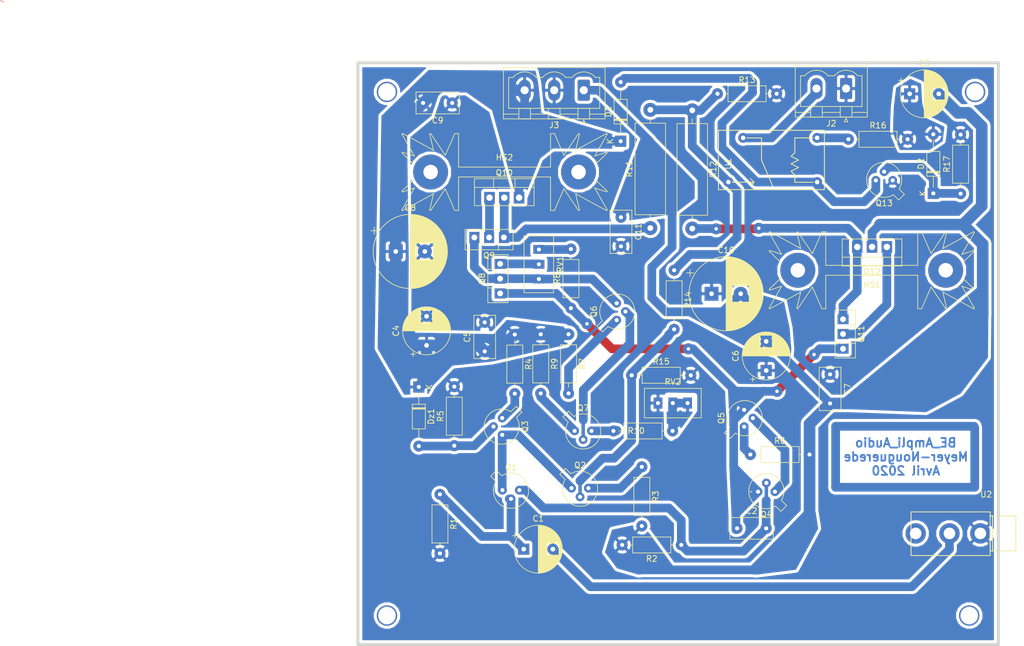
<source format=kicad_pcb>
(kicad_pcb (version 20171130) (host pcbnew "(5.0.0)")
  (title_block (title BE_Ampli_Audio) (date 2020-04-04) (rev V0) (company "INSA GEI") (comment 1 "Carole Meyer") (comment 2 "Louis Nouguerede"))
  (layers (0 F.Cu signal) (31 B.Cu signal) (34 B.Paste user) (35 F.Paste user) (36 B.SilkS user) (37 F.SilkS user) (38 B.Mask user) (39 F.Mask user hide) (44 Edge.Cuts user))
  (net 0 "")
  (net 1 "Net-(C1-Pad1)")
  (net 2 "Net-(C1-Pad2)")
  (net 3 "Net-(C2-Pad1)")
  (net 4 "Net-(C2-Pad2)")
  (net 5 -12V)
  (net 6 "Net-(C3-Pad1)")
  (net 7 GND)
  (net 8 +12V)
  (net 9 "Net-(D1-Pad2)")
  (net 10 "Net-(D2-Pad1)")
  (net 11 "Net-(Dz1-Pad2)")
  (net 12 "Net-(Q1-Pad1)")
  (net 13 "Net-(Q2-Pad2)")
  (net 14 "Net-(Q2-Pad3)")
  (net 15 "Net-(Q3-Pad1)")
  (net 16 "Net-(Q4-Pad1)")
  (net 17 "Net-(Q5-Pad1)")
  (net 18 "Net-(Q6-Pad3)")
  (net 19 "Net-(Q6-Pad2)")
  (net 20 "Net-(Q6-Pad1)")
  (net 21 "Net-(Q7-Pad1)")
  (net 22 "Net-(Q7-Pad3)")
  (net 23 "Net-(Q8-Pad3)")
  (net 24 "Net-(Q10-Pad2)")
  (net 25 "Net-(Q10-Pad1)")
  (net 26 "Net-(Q11-Pad2)")
  (net 27 "Net-(Q11-Pad1)")
  (net 28 "Net-(R8-Pad2)")
  (net 29 "Net-(R10-Pad2)")
  (net 30 "Net-(R11-Pad2)")
  (net 31 "Net-(R16-Pad1)")
  (net 32 "Net-(U2-PadTN)")
  (net 33 "Net-(J2-Pad2)")
  (module Be-Elec:RelayBE (layer F.Cu) (at 107.9881 43.9928 180)
    (fp_text reference U1 (at 16.51 4.445 270) (layer F.SilkS))
    (fp_text value Relay_1CT)
    (pad 7 thru_hole circle (at 16.49 1.3 180) (size 1.7 1.7) (drill 0.762) (layers *.Cu *.Mask) (net 30 "Net-(R11-Pad2)"))
    (pad 1 thru_hole circle (at 13.95 8.9 270) (size 1.7 1.7) (drill 0.762) (layers *.Cu *.Mask) (net 33 "Net-(J2-Pad2)"))
    (pad 6 thru_hole circle (at 1.25 1.3 180) (size 1.7 1.7) (drill 0.762) (layers *.Cu *.Mask) (net 9 "Net-(D1-Pad2)"))
    (pad 2 thru_hole circle (at 1.25 8.9 180) (size 1.7 1.7) (drill 0.762) (layers *.Cu *.Mask) (net 31 "Net-(R16-Pad1)"))
  )
  (module Be-Elec:CP_Radial_D8.0mm_P5.00mm (layer F.Cu) (at 122.6312 27.5336)
    (fp_text reference C3 (at 2.5 -5.25) (layer F.SilkS))
    (fp_text value 47µ)
    (pad 2 thru_hole circle (at 5 0) (size 1.9 1.9) (drill 0.8) (layers *.Cu *.Mask) (net 5 -12V))
    (pad 1 thru_hole rect (at 0 0) (size 1.9 1.9) (drill 0.8) (layers *.Cu *.Mask) (net 6 "Net-(C3-Pad1)"))
  )
  (module Be-Elec:C_Rect_L7.2mm_W3.5mm_P5.00mm_FKS2_FKP2_MKS2_MKP2 (layer F.Cu) (at 49.6443 71.8058 90)
    (fp_text reference C5 (at 2.5 -3 90) (layer F.SilkS))
    (fp_text value 100n)
    (pad 2 thru_hole circle (at 5 0 90) (size 1.9 1.9) (drill 0.7) (layers *.Cu *.Mask) (net 7 GND))
    (pad 1 thru_hole circle (at 0 0 90) (size 1.9 1.9) (drill 0.7) (layers *.Cu *.Mask) (net 8 +12V))
  )
  (module Be-Elec:C_Rect_L7.2mm_W3.5mm_P5.00mm_FKS2_FKP2_MKS2_MKP2 (layer F.Cu) (at 108.966 75.7428 270)
    (fp_text reference C7 (at 2.5 -3 270) (layer F.SilkS))
    (fp_text value 100n)
    (pad 1 thru_hole circle (at 0 0 270) (size 1.9 1.9) (drill 0.7) (layers *.Cu *.Mask) (net 7 GND))
    (pad 2 thru_hole circle (at 5 0 270) (size 1.9 1.9) (drill 0.7) (layers *.Cu *.Mask) (net 5 -12V))
  )
  (module Be-Elec:C_Rect_L7.2mm_W3.5mm_P5.00mm_FKS2_FKP2_MKS2_MKP2 (layer F.Cu) (at 44.069 29.0957 180)
    (fp_text reference C9 (at 2.5 -3 180) (layer F.SilkS))
    (fp_text value 100n)
    (pad 2 thru_hole circle (at 5 0 180) (size 1.9 1.9) (drill 0.7) (layers *.Cu *.Mask) (net 8 +12V))
    (pad 1 thru_hole circle (at 0 0 180) (size 1.9 1.9) (drill 0.7) (layers *.Cu *.Mask) (net 7 GND))
  )
  (module Be-Elec:C_Rect_L7.2mm_W3.5mm_P5.00mm_FKS2_FKP2_MKS2_MKP2 (layer F.Cu) (at 73.0504 48.7426 270)
    (fp_text reference C11 (at 2.5 -3 270) (layer F.SilkS))
    (fp_text value 100n)
    (pad 1 thru_hole circle (at 0 0 270) (size 1.9 1.9) (drill 0.7) (layers *.Cu *.Mask) (net 5 -12V))
    (pad 2 thru_hole circle (at 5 0 270) (size 1.9 1.9) (drill 0.7) (layers *.Cu *.Mask) (net 7 GND))
  )
  (module Be-Elec:PhoenixContact_MSTBVA_2,5_2-G-5,08_1x02_P5.08mm_Vertical (layer F.Cu) (at 111.7092 26.6192 180)
    (fp_text reference J2 (at 2.54 -6 180) (layer F.SilkS))
    (fp_text value Conn_01x02)
    (pad 2 thru_hole oval (at 5.08 0 180) (size 2.08 3.6) (drill 1.4) (layers *.Cu *.Mask) (net 33 "Net-(J2-Pad2)"))
    (pad 1 thru_hole roundrect (at 0 0 180) (size 2.08 3.6) (drill 1.4) (layers *.Cu *.Mask) (roundrect_rratio 0.120192) (net 7 GND))
  )
  (module Be-Elec:CP_Radial_D8.0mm_P5.00mm (layer F.Cu) (at 56.3499 105.791)
    (fp_text reference C1 (at 2.5 -5.25) (layer F.SilkS))
    (fp_text value 47µ)
    (pad 1 thru_hole rect (at 0 0) (size 1.9 1.9) (drill 0.8) (layers *.Cu *.Mask) (net 1 "Net-(C1-Pad1)"))
    (pad 2 thru_hole circle (at 5 0) (size 1.9 1.9) (drill 0.8) (layers *.Cu *.Mask) (net 2 "Net-(C1-Pad2)"))
  )
  (module Be-Elec:C_Rect_L7.2mm_W3.5mm_P5.00mm_FKS2_FKP2_MKS2_MKP2 (layer F.Cu) (at 92.9894 102.2096)
    (fp_text reference C2 (at 2.5 -3) (layer F.SilkS))
    (fp_text value C)
    (pad 1 thru_hole circle (at 0 0) (size 1.9 1.9) (drill 0.7) (layers *.Cu *.Mask) (net 3 "Net-(C2-Pad1)"))
    (pad 2 thru_hole circle (at 5 0) (size 1.9 1.9) (drill 0.7) (layers *.Cu *.Mask) (net 4 "Net-(C2-Pad2)"))
  )
  (module Be-Elec:CP_Radial_D8.0mm_P5.00mm (layer F.Cu) (at 39.6621 70.7644 90)
    (fp_text reference C4 (at 2.5 -5.25 90) (layer F.SilkS))
    (fp_text value 10µ)
    (pad 2 thru_hole circle (at 5 0 90) (size 1.9 1.9) (drill 0.8) (layers *.Cu *.Mask) (net 7 GND))
    (pad 1 thru_hole rect (at 0 0 90) (size 1.9 1.9) (drill 0.8) (layers *.Cu *.Mask) (net 8 +12V))
  )
  (module Be-Elec:CP_Radial_D8.0mm_P5.00mm (layer F.Cu) (at 97.9932 75.0824 90)
    (fp_text reference C6 (at 2.5 -5.25 90) (layer F.SilkS))
    (fp_text value 10µ)
    (pad 1 thru_hole rect (at 0 0 90) (size 1.9 1.9) (drill 0.8) (layers *.Cu *.Mask) (net 7 GND))
    (pad 2 thru_hole circle (at 5 0 90) (size 1.9 1.9) (drill 0.8) (layers *.Cu *.Mask) (net 5 -12V))
  )
  (module Be-Elec:CP_Radial_D12.5mm_P5.00mm (layer F.Cu) (at 34.3662 54.6227)
    (fp_text reference C8 (at 2.5 -7.5) (layer F.SilkS))
    (fp_text value 470µ)
    (pad 1 thru_hole rect (at 0 0) (size 2.4 2.4) (drill 0.8) (layers *.Cu *.Mask) (net 8 +12V))
    (pad 2 thru_hole circle (at 5 0) (size 2.4 2.4) (drill 0.8) (layers *.Cu *.Mask) (net 7 GND))
  )
  (module Be-Elec:CP_Radial_D12.5mm_P5.00mm (layer F.Cu) (at 88.6079 61.8871)
    (fp_text reference C10 (at 2.5 -7.5) (layer F.SilkS))
    (fp_text value 470µ)
    (pad 1 thru_hole rect (at 0 0) (size 2.4 2.4) (drill 0.8) (layers *.Cu *.Mask) (net 7 GND))
    (pad 2 thru_hole circle (at 5 0) (size 2.4 2.4) (drill 0.8) (layers *.Cu *.Mask) (net 5 -12V))
  )
  (module Be-Elec:D_DO-35_SOD27_P10.16mm_Horizontal (layer F.Cu) (at 72.9996 35.6743 90)
    (fp_text reference D1 (at 5.08 -2.12 90) (layer F.SilkS))
    (fp_text value 1N4148)
    (fp_text user K (at 0 -1.8 90) (layer F.SilkS))
    (pad 1 thru_hole rect (at 0 0 90) (size 1.9 1.9) (drill 0.7) (layers *.Cu *.Mask) (net 8 +12V))
    (pad 2 thru_hole oval (at 10.16 0 90) (size 1.9 1.9) (drill 0.7) (layers *.Cu *.Mask) (net 9 "Net-(D1-Pad2)"))
  )
  (module Be-Elec:D_DO-35_SOD27_P10.16mm_Horizontal (layer F.Cu) (at 126.6952 44.6405 90)
    (fp_text reference D2 (at 5.08 -2.12 90) (layer F.SilkS))
    (fp_text value 1N4148)
    (fp_text user K (at 0 -1.8 90) (layer F.SilkS))
    (pad 1 thru_hole rect (at 0 0 90) (size 1.9 1.9) (drill 0.7) (layers *.Cu *.Mask) (net 10 "Net-(D2-Pad1)"))
    (pad 2 thru_hole oval (at 10.16 0 90) (size 1.9 1.9) (drill 0.7) (layers *.Cu *.Mask) (net 6 "Net-(C3-Pad1)"))
  )
  (module Be-Elec:D_DO-35_SOD27_P10.16mm_Horizontal (layer F.Cu) (at 38.3286 77.9145 270)
    (fp_text reference Dz1 (at 5.08 -2.12 270) (layer F.SilkS))
    (fp_text value BZX55C5V1)
    (fp_text user K (at 0 -1.8 270) (layer F.SilkS))
    (pad 2 thru_hole oval (at 10.16 0 270) (size 1.9 1.9) (drill 0.7) (layers *.Cu *.Mask) (net 11 "Net-(Dz1-Pad2)"))
    (pad 1 thru_hole rect (at 0 0 270) (size 1.9 1.9) (drill 0.7) (layers *.Cu *.Mask) (net 8 +12V))
  )
  (module Be-Elec:Heatsink_Fischer_SK104-STC-STIC_35x13mm_2xDrill2.5mm (layer F.Cu) (at 116.120462 57.855449 180)
    (fp_text reference HS1 (at -0.025 -2.5 180) (layer F.SilkS))
    (fp_text value Heatsink)
    (pad 1 thru_hole circle (at 12.7 0 180) (size 6 6) (drill 2.5) (layers *.Cu *.Mask))
    (pad 1 thru_hole circle (at -12.7 0) (size 6 6) (drill 2.5) (layers *.Cu *.Mask))
  )
  (module Be-Elec:Heatsink_Fischer_SK104-STC-STIC_35x13mm_2xDrill2.5mm (layer F.Cu) (at 53.0606 40.9702)
    (fp_text reference HS2 (at -0.025 -2.5) (layer F.SilkS))
    (fp_text value Heatsink)
    (pad 1 thru_hole circle (at -12.7 0 180) (size 6 6) (drill 2.5) (layers *.Cu *.Mask))
    (pad 1 thru_hole circle (at 12.7 0) (size 6 6) (drill 2.5) (layers *.Cu *.Mask))
  )
  (module Be-Elec:PhoenixContact_MSTBVA_2,5_3-G-5,08_1x03_P5.08mm_Vertical (layer F.Cu) (at 66.6623 26.9113 180)
    (fp_text reference J3 (at 5.08 -6 180) (layer F.SilkS))
    (fp_text value Conn_01x03)
    (pad 1 thru_hole roundrect (at 0 0 180) (size 2.08 3.6) (drill 1.4) (layers *.Cu *.Mask) (roundrect_rratio 0.120192) (net 5 -12V))
    (pad 2 thru_hole oval (at 5.08 0 180) (size 2.08 3.6) (drill 1.4) (layers *.Cu *.Mask) (net 7 GND))
    (pad 3 thru_hole oval (at 10.16 0 180) (size 2.08 3.6) (drill 1.4) (layers *.Cu *.Mask) (net 8 +12V))
  )
  (module Be-Elec:TO-18-3 (layer F.Cu) (at 52.8955 95.7453)
    (fp_text reference Q1 (at 1.27 -4.02) (layer F.SilkS))
    (fp_text value 2N2907)
    (pad 1 thru_hole circle (at -0.2 -0.1) (size 1.5 1.5) (drill 0.7) (layers *.Cu *.Mask) (net 12 "Net-(Q1-Pad1)"))
    (pad 2 thru_hole circle (at 1.27 1.4) (size 1.5 1.5) (drill 0.7) (layers *.Cu *.Mask) (net 1 "Net-(C1-Pad1)"))
    (pad 3 thru_hole circle (at 2.7 -0.1) (size 1.5 1.5) (drill 0.7) (layers *.Cu *.Mask) (net 4 "Net-(C2-Pad2)"))
  )
  (module Be-Elec:TO-18-3 (layer F.Cu) (at 64.7573 95.4024)
    (fp_text reference Q2 (at 1.27 -4.02) (layer F.SilkS))
    (fp_text value 2N2907)
    (pad 1 thru_hole circle (at -0.2 -0.1) (size 1.5 1.5) (drill 0.7) (layers *.Cu *.Mask) (net 12 "Net-(Q1-Pad1)"))
    (pad 2 thru_hole circle (at 1.27 1.4) (size 1.5 1.5) (drill 0.7) (layers *.Cu *.Mask) (net 13 "Net-(Q2-Pad2)"))
    (pad 3 thru_hole circle (at 2.7 -0.1) (size 1.5 1.5) (drill 0.7) (layers *.Cu *.Mask) (net 14 "Net-(Q2-Pad3)"))
  )
  (module Be-Elec:TO-18-3 (layer F.Cu) (at 52.5526 83.4517 270)
    (fp_text reference Q3 (at 1.27 -4.02 270) (layer F.SilkS))
    (fp_text value 2N2907)
    (pad 3 thru_hole circle (at 2.7 -0.1 270) (size 1.5 1.5) (drill 0.7) (layers *.Cu *.Mask) (net 12 "Net-(Q1-Pad1)"))
    (pad 2 thru_hole circle (at 1.27 1.4 270) (size 1.5 1.5) (drill 0.7) (layers *.Cu *.Mask) (net 11 "Net-(Dz1-Pad2)"))
    (pad 1 thru_hole circle (at -0.2 -0.1 270) (size 1.5 1.5) (drill 0.7) (layers *.Cu *.Mask) (net 15 "Net-(Q3-Pad1)"))
  )
  (module Be-Elec:TO-18-3 (layer F.Cu) (at 99.2886 95.8088 180)
    (fp_text reference Q4 (at 1.27 -4.02 180) (layer F.SilkS))
    (fp_text value 2N2222)
    (pad 3 thru_hole circle (at 2.7 -0.1 180) (size 1.5 1.5) (drill 0.7) (layers *.Cu *.Mask) (net 3 "Net-(C2-Pad1)"))
    (pad 2 thru_hole circle (at 1.27 1.4 180) (size 1.5 1.5) (drill 0.7) (layers *.Cu *.Mask) (net 4 "Net-(C2-Pad2)"))
    (pad 1 thru_hole circle (at -0.2 -0.1 180) (size 1.5 1.5) (drill 0.7) (layers *.Cu *.Mask) (net 16 "Net-(Q4-Pad1)"))
  )
  (module Be-Elec:TO-18-3 (layer F.Cu) (at 94.3072 84.5439 90)
    (fp_text reference Q5 (at 1.27 -4.02 90) (layer F.SilkS))
    (fp_text value 2N2222)
    (pad 1 thru_hole circle (at -0.2 -0.1 90) (size 1.5 1.5) (drill 0.7) (layers *.Cu *.Mask) (net 17 "Net-(Q5-Pad1)"))
    (pad 2 thru_hole circle (at 1.27 1.4 90) (size 1.5 1.5) (drill 0.7) (layers *.Cu *.Mask) (net 16 "Net-(Q4-Pad1)"))
    (pad 3 thru_hole circle (at 2.7 -0.1 90) (size 1.5 1.5) (drill 0.7) (layers *.Cu *.Mask) (net 3 "Net-(C2-Pad1)"))
  )
  (module Be-Elec:TO-18-3 (layer F.Cu) (at 72.4154 66.2178 90)
    (fp_text reference Q6 (at 1.27 -4.02 90) (layer F.SilkS))
    (fp_text value 2N2907)
    (pad 3 thru_hole circle (at 2.7 -0.1 90) (size 1.5 1.5) (drill 0.7) (layers *.Cu *.Mask) (net 18 "Net-(Q6-Pad3)"))
    (pad 2 thru_hole circle (at 1.27 1.4 90) (size 1.5 1.5) (drill 0.7) (layers *.Cu *.Mask) (net 19 "Net-(Q6-Pad2)"))
    (pad 1 thru_hole circle (at -0.2 -0.1 90) (size 1.5 1.5) (drill 0.7) (layers *.Cu *.Mask) (net 20 "Net-(Q6-Pad1)"))
  )
  (module Be-Elec:TO-18-3 (layer F.Cu) (at 65.2907 85.5599)
    (fp_text reference Q7 (at 1.27 -4.02) (layer F.SilkS))
    (fp_text value 2N2907)
    (pad 1 thru_hole circle (at -0.2 -0.1) (size 1.5 1.5) (drill 0.7) (layers *.Cu *.Mask) (net 21 "Net-(Q7-Pad1)"))
    (pad 2 thru_hole circle (at 1.27 1.4) (size 1.5 1.5) (drill 0.7) (layers *.Cu *.Mask) (net 19 "Net-(Q6-Pad2)"))
    (pad 3 thru_hole circle (at 2.7 -0.1) (size 1.5 1.5) (drill 0.7) (layers *.Cu *.Mask) (net 22 "Net-(Q7-Pad3)"))
  )
  (module Be-Elec:TO-126-3_Vertical (layer F.Cu) (at 52.2986 61.8363 90)
    (fp_text reference Q8 (at 2.54 -3.12 90) (layer F.SilkS))
    (fp_text value BD139)
    (pad 1 thru_hole rect (at 0 0 90) (size 1.7 1.9) (drill 1) (layers *.Cu *.Mask) (net 3 "Net-(C2-Pad1)"))
    (pad 2 thru_hole rect (at 2.54 0 90) (size 1.7 1.9) (drill 1) (layers *.Cu *.Mask) (net 18 "Net-(Q6-Pad3)"))
    (pad 3 thru_hole rect (at 5.08 0 90) (size 1.7 1.9) (drill 1) (layers *.Cu *.Mask) (net 23 "Net-(Q8-Pad3)"))
  )
  (module Be-Elec:TO-126-3_Vertical (layer F.Cu) (at 52.9463 52.2097 180)
    (fp_text reference Q9 (at 2.54 -3.12 180) (layer F.SilkS))
    (fp_text value BD139)
    (pad 1 thru_hole rect (at 0 0 180) (size 1.7 1.9) (drill 1) (layers *.Cu *.Mask) (net 24 "Net-(Q10-Pad2)"))
    (pad 2 thru_hole rect (at 2.54 0 180) (size 1.7 1.9) (drill 1) (layers *.Cu *.Mask) (net 25 "Net-(Q10-Pad1)"))
    (pad 3 thru_hole rect (at 5.08 0 180) (size 1.7 1.9) (drill 1) (layers *.Cu *.Mask) (net 18 "Net-(Q6-Pad3)"))
  )
  (module Be-Elec:TO-220-3_Vertical (layer F.Cu) (at 50.4698 45.3771)
    (fp_text reference Q10 (at 2.54 -4.27) (layer F.SilkS))
    (fp_text value TIP32)
    (pad 3 thru_hole rect (at 5.08 0) (size 1.8 2) (drill 1.1) (layers *.Cu *.Mask) (net 8 +12V))
    (pad 2 thru_hole rect (at 2.54 0) (size 1.8 2) (drill 1.1) (layers *.Cu *.Mask) (net 24 "Net-(Q10-Pad2)"))
    (pad 1 thru_hole rect (at 0 0) (size 1.8 2) (drill 1.1) (layers *.Cu *.Mask) (net 25 "Net-(Q10-Pad1)"))
  )
  (module Be-Elec:TO-126-3_Vertical (layer F.Cu) (at 111.1885 66.2686 270)
    (fp_text reference Q11 (at 2.54 -3.12 270) (layer F.SilkS))
    (fp_text value BD138)
    (pad 3 thru_hole rect (at 5.08 0 270) (size 1.7 1.9) (drill 1) (layers *.Cu *.Mask) (net 3 "Net-(C2-Pad1)"))
    (pad 2 thru_hole rect (at 2.54 0 270) (size 1.7 1.9) (drill 1) (layers *.Cu *.Mask) (net 26 "Net-(Q11-Pad2)"))
    (pad 1 thru_hole rect (at 0 0 270) (size 1.7 1.9) (drill 1) (layers *.Cu *.Mask) (net 27 "Net-(Q11-Pad1)"))
  )
  (module Be-Elec:TO-220-3_Vertical (layer F.Cu) (at 118.711262 53.842249 180)
    (fp_text reference Q12 (at 2.54 -4.27 180) (layer F.SilkS))
    (fp_text value TIP31)
    (pad 1 thru_hole rect (at 0 0 180) (size 1.8 2) (drill 1.1) (layers *.Cu *.Mask) (net 26 "Net-(Q11-Pad2)"))
    (pad 2 thru_hole rect (at 2.54 0 180) (size 1.8 2) (drill 1.1) (layers *.Cu *.Mask) (net 5 -12V))
    (pad 3 thru_hole rect (at 5.08 0 180) (size 1.8 2) (drill 1.1) (layers *.Cu *.Mask) (net 27 "Net-(Q11-Pad1)"))
  )
  (module Be-Elec:TO-18-3 (layer F.Cu) (at 119.5197 42.3037 180)
    (fp_text reference Q13 (at 1.27 -4.02 180) (layer F.SilkS))
    (fp_text value 2N2222)
    (pad 3 thru_hole circle (at 2.7 -0.1 180) (size 1.5 1.5) (drill 0.7) (layers *.Cu *.Mask) (net 9 "Net-(D1-Pad2)"))
    (pad 2 thru_hole circle (at 1.27 1.4 180) (size 1.5 1.5) (drill 0.7) (layers *.Cu *.Mask) (net 10 "Net-(D2-Pad1)"))
    (pad 1 thru_hole circle (at -0.2 -0.1 180) (size 1.5 1.5) (drill 0.7) (layers *.Cu *.Mask) (net 7 GND))
  )
  (module Be-Elec:R_Axial_DIN0207_L6.3mm_D2.5mm_P10.16mm_Horizontal (layer F.Cu) (at 41.9608 96.3676 270)
    (fp_text reference R1 (at 5.08 -2.37 270) (layer F.SilkS))
    (fp_text value R)
    (pad 2 thru_hole circle (at 10.16 0 270) (size 1.9 1.9) (drill 0.7) (layers *.Cu *.Mask) (net 7 GND))
    (pad 1 thru_hole circle (at 0 0 270) (size 1.9 1.9) (drill 0.7) (layers *.Cu *.Mask) (net 1 "Net-(C1-Pad1)"))
  )
  (module Be-Elec:R_Axial_DIN0207_L6.3mm_D2.5mm_P10.16mm_Horizontal (layer F.Cu) (at 83.4136 105.0671 180)
    (fp_text reference R2 (at 5.08 -2.37 180) (layer F.SilkS))
    (fp_text value R)
    (pad 2 thru_hole circle (at 10.16 0 180) (size 1.9 1.9) (drill 0.7) (layers *.Cu *.Mask) (net 5 -12V))
    (pad 1 thru_hole circle (at 0 0 180) (size 1.9 1.9) (drill 0.7) (layers *.Cu *.Mask) (net 4 "Net-(C2-Pad2)"))
  )
  (module Be-Elec:R_Axial_DIN0207_L6.3mm_D2.5mm_P10.16mm_Horizontal (layer F.Cu) (at 76.6318 91.6432 270)
    (fp_text reference R3 (at 5.08 -2.37 270) (layer F.SilkS))
    (fp_text value R)
    (pad 2 thru_hole circle (at 10.16 0 270) (size 1.9 1.9) (drill 0.7) (layers *.Cu *.Mask) (net 5 -12V))
    (pad 1 thru_hole circle (at 0 0 270) (size 1.9 1.9) (drill 0.7) (layers *.Cu *.Mask) (net 14 "Net-(Q2-Pad3)"))
  )
  (module Be-Elec:R_Axial_DIN0207_L6.3mm_D2.5mm_P10.16mm_Horizontal (layer F.Cu) (at 54.8132 68.8975 270)
    (fp_text reference R4 (at 5.08 -2.37 270) (layer F.SilkS))
    (fp_text value R)
    (pad 1 thru_hole circle (at 0 0 270) (size 1.9 1.9) (drill 0.7) (layers *.Cu *.Mask) (net 8 +12V))
    (pad 2 thru_hole circle (at 10.16 0 270) (size 1.9 1.9) (drill 0.7) (layers *.Cu *.Mask) (net 15 "Net-(Q3-Pad1)"))
  )
  (module Be-Elec:R_Axial_DIN0207_L6.3mm_D2.5mm_P10.16mm_Horizontal (layer F.Cu) (at 44.4246 88.011 90)
    (fp_text reference R5 (at 5.08 -2.37 90) (layer F.SilkS))
    (fp_text value R)
    (pad 2 thru_hole circle (at 10.16 0 90) (size 1.9 1.9) (drill 0.7) (layers *.Cu *.Mask) (net 7 GND))
    (pad 1 thru_hole circle (at 0 0 90) (size 1.9 1.9) (drill 0.7) (layers *.Cu *.Mask) (net 11 "Net-(Dz1-Pad2)"))
  )
  (module Be-Elec:R_Axial_DIN0207_L6.3mm_D2.5mm_P10.16mm_Horizontal (layer F.Cu) (at 95.2754 89.5223)
    (fp_text reference R6 (at 5.08 -2.37) (layer F.SilkS))
    (fp_text value R)
    (pad 1 thru_hole circle (at 0 0) (size 1.9 1.9) (drill 0.7) (layers *.Cu *.Mask) (net 17 "Net-(Q5-Pad1)"))
    (pad 2 thru_hole circle (at 10.16 0) (size 1.9 1.9) (drill 0.7) (layers *.Cu *.Mask) (net 5 -12V))
  )
  (module Be-Elec:R_Axial_DIN0207_L6.3mm_D2.5mm_P10.16mm_Horizontal (layer F.Cu) (at 64.0461 68.8594 270)
    (fp_text reference R7 (at 5.08 -2.37 270) (layer F.SilkS))
    (fp_text value R)
    (pad 2 thru_hole circle (at 10.16 0 270) (size 1.9 1.9) (drill 0.7) (layers *.Cu *.Mask) (net 20 "Net-(Q6-Pad1)"))
    (pad 1 thru_hole circle (at 0 0 270) (size 1.9 1.9) (drill 0.7) (layers *.Cu *.Mask) (net 8 +12V))
  )
  (module Be-Elec:R_Axial_DIN0207_L6.3mm_D2.5mm_P10.16mm_Horizontal (layer F.Cu) (at 64.4525 64.3636 90)
    (fp_text reference R8 (at 5.08 -2.37 90) (layer F.SilkS))
    (fp_text value R)
    (pad 1 thru_hole circle (at 0 0 90) (size 1.9 1.9) (drill 0.7) (layers *.Cu *.Mask) (net 3 "Net-(C2-Pad1)"))
    (pad 2 thru_hole circle (at 10.16 0 90) (size 1.9 1.9) (drill 0.7) (layers *.Cu *.Mask) (net 28 "Net-(R8-Pad2)"))
  )
  (module Be-Elec:R_Axial_DIN0207_L6.3mm_D2.5mm_P10.16mm_Horizontal (layer F.Cu) (at 59.2709 68.8594 270)
    (fp_text reference R9 (at 5.08 -2.37 270) (layer F.SilkS))
    (fp_text value R)
    (pad 1 thru_hole circle (at 0 0 270) (size 1.9 1.9) (drill 0.7) (layers *.Cu *.Mask) (net 8 +12V))
    (pad 2 thru_hole circle (at 10.16 0 270) (size 1.9 1.9) (drill 0.7) (layers *.Cu *.Mask) (net 21 "Net-(Q7-Pad1)"))
  )
  (module Be-Elec:R_Axial_DIN0207_L6.3mm_D2.5mm_P10.16mm_Horizontal (layer F.Cu) (at 71.755 85.471)
    (fp_text reference R10 (at 3.9116 -0.0254) (layer F.SilkS))
    (fp_text value R)
    (pad 1 thru_hole circle (at 0 0) (size 1.9 1.9) (drill 0.7) (layers *.Cu *.Mask) (net 22 "Net-(Q7-Pad3)"))
    (pad 2 thru_hole circle (at 10.16 0) (size 1.9 1.9) (drill 0.7) (layers *.Cu *.Mask) (net 29 "Net-(R10-Pad2)"))
  )
  (module Be-Elec:R_Axial_DIN0516_L15.5mm_D5.0mm_P20.32mm_Horizontal (layer F.Cu) (at 78.0923 50.5968 90)
    (fp_text reference R11 (at 10.16 -3.62 90) (layer F.SilkS))
    (fp_text value R)
    (pad 1 thru_hole circle (at 0 0 90) (size 2.4 2.4) (drill 1) (layers *.Cu *.Mask) (net 24 "Net-(Q10-Pad2)"))
    (pad 2 thru_hole oval (at 20.32 0 90) (size 2.4 2.4) (drill 1) (layers *.Cu *.Mask) (net 30 "Net-(R11-Pad2)"))
  )
  (module Be-Elec:R_Axial_DIN0516_L15.5mm_D5.0mm_P20.32mm_Horizontal (layer F.Cu) (at 85.2932 30.3657 270)
    (fp_text reference R12 (at 10.16 -3.62 270) (layer F.SilkS))
    (fp_text value R)
    (pad 2 thru_hole oval (at 20.32 0 270) (size 2.4 2.4) (drill 1) (layers *.Cu *.Mask) (net 27 "Net-(Q11-Pad1)"))
    (pad 1 thru_hole circle (at 0 0 270) (size 2.4 2.4) (drill 1) (layers *.Cu *.Mask) (net 30 "Net-(R11-Pad2)"))
  )
  (module Be-Elec:R_Axial_DIN0207_L6.3mm_D2.5mm_P10.16mm_Horizontal (layer F.Cu) (at 89.6239 27.5082)
    (fp_text reference R13 (at 5.08 -2.37) (layer F.SilkS))
    (fp_text value R)
    (pad 2 thru_hole circle (at 10.16 0) (size 1.9 1.9) (drill 0.7) (layers *.Cu *.Mask) (net 7 GND))
    (pad 1 thru_hole circle (at 0 0) (size 1.9 1.9) (drill 0.7) (layers *.Cu *.Mask) (net 30 "Net-(R11-Pad2)"))
  )
  (module Be-Elec:R_Axial_DIN0207_L6.3mm_D2.5mm_P10.16mm_Horizontal (layer F.Cu) (at 82.1817 57.8485 270)
    (fp_text reference R14 (at 5.08 -2.37 270) (layer F.SilkS))
    (fp_text value R)
    (pad 1 thru_hole circle (at 0 0 270) (size 1.9 1.9) (drill 0.7) (layers *.Cu *.Mask) (net 30 "Net-(R11-Pad2)"))
    (pad 2 thru_hole circle (at 10.16 0 270) (size 1.9 1.9) (drill 0.7) (layers *.Cu *.Mask) (net 13 "Net-(Q2-Pad2)"))
  )
  (module Be-Elec:R_Axial_DIN0207_L6.3mm_D2.5mm_P10.16mm_Horizontal (layer F.Cu) (at 74.8792 75.9079)
    (fp_text reference R15 (at 5.08 -2.37) (layer F.SilkS))
    (fp_text value R)
    (pad 1 thru_hole circle (at 0 0) (size 1.9 1.9) (drill 0.7) (layers *.Cu *.Mask) (net 13 "Net-(Q2-Pad2)"))
    (pad 2 thru_hole circle (at 10.16 0) (size 1.9 1.9) (drill 0.7) (layers *.Cu *.Mask) (net 7 GND))
  )
  (module Be-Elec:R_Axial_DIN0207_L6.3mm_D2.5mm_P10.16mm_Horizontal (layer F.Cu) (at 112.1156 35.3314)
    (fp_text reference R16 (at 5.08 -2.37) (layer F.SilkS))
    (fp_text value R)
    (pad 2 thru_hole circle (at 10.16 0) (size 1.9 1.9) (drill 0.7) (layers *.Cu *.Mask) (net 6 "Net-(C3-Pad1)"))
    (pad 1 thru_hole circle (at 0 0) (size 1.9 1.9) (drill 0.7) (layers *.Cu *.Mask) (net 31 "Net-(R16-Pad1)"))
  )
  (module Be-Elec:R_Axial_DIN0207_L6.3mm_D2.5mm_P10.16mm_Horizontal (layer F.Cu) (at 131.3815 44.6913 90)
    (fp_text reference R17 (at 5.08 -2.37 90) (layer F.SilkS))
    (fp_text value R)
    (pad 1 thru_hole circle (at 0 0 90) (size 1.9 1.9) (drill 0.7) (layers *.Cu *.Mask) (net 10 "Net-(D2-Pad1)"))
    (pad 2 thru_hole circle (at 10.16 0 90) (size 1.9 1.9) (drill 0.7) (layers *.Cu *.Mask) (net 7 GND))
  )
  (module Be-Elec:Potentiometer_Bourns_3296W_Vertical (layer F.Cu) (at 58.9534 59.3598 270)
    (fp_text reference RV1 (at -2.54 -3.66 270) (layer F.SilkS))
    (fp_text value R_POT)
    (pad 3 thru_hole rect (at -5.08 0 270) (size 1.5 1.9) (drill 0.7) (layers *.Cu *.Mask) (net 28 "Net-(R8-Pad2)"))
    (pad 2 thru_hole rect (at -2.54 0 270) (size 1.5 1.9) (drill 0.7) (layers *.Cu *.Mask) (net 23 "Net-(Q8-Pad3)"))
    (pad 1 thru_hole rect (at 0 0 270) (size 1.5 1.9) (drill 0.7) (layers *.Cu *.Mask) (net 18 "Net-(Q6-Pad3)"))
  )
  (module Be-Elec:Potentiometer_Bourns_3296W_Vertical (layer F.Cu) (at 84.4931 80.6831)
    (fp_text reference RV2 (at -2.54 -3.66) (layer F.SilkS))
    (fp_text value R_POT)
    (pad 1 thru_hole rect (at 0 0) (size 1.5 1.9) (drill 0.7) (layers *.Cu *.Mask) (net 29 "Net-(R10-Pad2)"))
    (pad 2 thru_hole rect (at -2.54 0) (size 1.5 1.9) (drill 0.7) (layers *.Cu *.Mask) (net 29 "Net-(R10-Pad2)"))
    (pad 3 thru_hole rect (at -5.08 0) (size 1.5 1.9) (drill 0.7) (layers *.Cu *.Mask) (net 7 GND))
  )
  (module Be-Elec:Jack_35RAPC2AV (layer F.Cu) (at 136.8679 103.0859 180)
    (fp_text reference U2 (at 1.1 6.7 180) (layer F.SilkS))
    (fp_text value Jack_Mono)
    (pad TN thru_hole circle (at 13.2 0 180) (size 3.5 3.5) (drill 2) (layers *.Cu *.Mask) (net 32 "Net-(U2-PadTN)"))
    (pad G thru_hole circle (at 2.1 0 180) (size 3.5 3.5) (drill 2) (layers *.Cu *.Mask) (net 7 GND))
    (pad T thru_hole circle (at 7.4 0 180) (size 3.5 3.5) (drill 2) (layers *.Cu *.Mask) (net 2 "Net-(C1-Pad2)"))
  )
  (gr_text "BE_Ampli_Audio\nMeyer-Nouguerede\nAvril 2020" (at 121.9708 89.916) (layer B.Cu) (effects (font (size 1.5 1.5) (thickness 0.3)) (justify mirror)))
  (gr_line (start -33 11.75) (end -33.5 11.5) (layer B.SilkS) (width 0.2))
  (gr_line (start 27.8638 22.1996) (end 27.8638 122.1996) (layer Edge.Cuts) (width 0.5))
  (gr_line (start 27.8638 122.1996) (end 137.8638 122.1996) (layer Edge.Cuts) (width 0.5))
  (gr_line (start 137.8638 22.1996) (end 137.8638 122.1996) (layer Edge.Cuts) (width 0.5))
  (gr_line (start 27.8638 22.1996) (end 137.8638 22.1996) (layer Edge.Cuts) (width 0.5))
  (via (at 32.8638 27.1996) (size 3.5) (drill 3) (layers F.Cu B.Cu) (net 0))
  (via (at 133.8638 27.1996) (size 3.5) (drill 3) (layers F.Cu B.Cu) (net 0))
  (via (at 32.8638 117.1996) (size 3.5) (drill 3) (layers F.Cu B.Cu) (net 0))
  (via (at 132.8638 117.1996) (size 3.5) (drill 3) (layers F.Cu B.Cu) (net 0))
  (segment (start 109.9185 84.6709) (end 133.7183 84.6709) (width 1.5) (layer B.Cu) (net 0))
  (segment (start 109.9185 95.1357) (end 109.9185 84.6709) (width 1.5) (layer B.Cu) (net 0))
  (segment (start 109.9312 95.1484) (end 109.9185 95.1357) (width 1.5) (layer B.Cu) (net 0))
  (segment (start 133.8072 95.1484) (end 109.9312 95.1484) (width 1.5) (layer B.Cu) (net 0))
  (segment (start 133.7056 84.8868) (end 133.8072 84.9884) (width 1.5) (layer B.Cu) (net 0))
  (segment (start 133.8072 84.9884) (end 133.8072 95.1484) (width 1.5) (layer B.Cu) (net 0))
  (segment (start 54.1655 103.6066) (end 56.3499 105.791) (width 1.5) (layer B.Cu) (net 1))
  (segment (start 54.1655 97.1453) (end 54.1655 103.6066) (width 1.5) (layer B.Cu) (net 1))
  (segment (start 54.1655 97.1453) (end 53.859502 97.1453) (width 1.5) (layer B.Cu) (net 1))
  (segment (start 49.1998 103.6066) (end 41.9608 96.3676) (width 1.5) (layer B.Cu) (net 1))
  (segment (start 54.1655 103.6066) (end 49.1998 103.6066) (width 1.5) (layer B.Cu) (net 1))
  (segment (start 61.3499 105.791) (end 67.8015 112.2426) (width 1.5) (layer B.Cu) (net 2))
  (segment (start 67.8015 112.2426) (end 123.0249 112.2426) (width 1.5) (layer B.Cu) (net 2))
  (segment (start 129.4679 105.7996) (end 129.4679 103.0859) (width 1.5) (layer B.Cu) (net 2))
  (segment (start 123.0249 112.2426) (end 129.4679 105.7996) (width 1.5) (layer B.Cu) (net 2))
  (segment (start 61.9252 61.8363) (end 64.4525 64.3636) (width 1.5) (layer B.Cu) (net 3))
  (segment (start 52.2986 61.8363) (end 61.9252 61.8363) (width 1.5) (layer B.Cu) (net 3))
  (segment (start 92.7862 99.7112) (end 96.5886 95.9088) (width 1.5) (layer B.Cu) (net 3))
  (segment (start 92.7862 102.4382) (end 92.7862 99.7112) (width 1.5) (layer B.Cu) (net 3))
  (segment (start 93.457201 82.593899) (end 94.2072 81.8439) (width 1.5) (layer B.Cu) (net 3))
  (segment (start 92.407199 83.643901) (end 93.457201 82.593899) (width 1.5) (layer B.Cu) (net 3))
  (segment (start 96.5886 95.9088) (end 92.407199 91.727399) (width 1.5) (layer B.Cu) (net 3))
  (segment (start 92.407199 91.727399) (end 92.407199 83.643901) (width 1.5) (layer B.Cu) (net 3))
  (via (at 99.8474 78.6638) (size 1.9) (drill 0.6) (layers F.Cu B.Cu) (net 3))
  (via (at 106.210102 72.3392) (size 1.9) (drill 0.6) (layers F.Cu B.Cu) (net 3))
  (segment (start 99.8474 78.6638) (end 106.172002 72.3392) (width 1.5) (layer F.Cu) (net 3))
  (segment (start 106.172002 72.3392) (end 106.210102 72.3392) (width 1.5) (layer F.Cu) (net 3))
  (segment (start 111.1885 71.3486) (end 107.200702 71.3486) (width 1.5) (layer B.Cu) (net 3))
  (segment (start 107.200702 71.3486) (end 107.160101 71.389201) (width 1.5) (layer B.Cu) (net 3))
  (segment (start 107.160101 71.389201) (end 106.210102 72.3392) (width 1.5) (layer B.Cu) (net 3))
  (via (at 67.2084 67.056) (size 1.9) (drill 0.6) (layers F.Cu B.Cu) (net 3))
  (segment (start 64.4525 64.3636) (end 67.1449 67.056) (width 1.5) (layer B.Cu) (net 3))
  (segment (start 67.1449 67.056) (end 67.2084 67.056) (width 1.5) (layer B.Cu) (net 3))
  (via (at 84.6328 71.3613) (size 1.9) (drill 0.6) (layers F.Cu B.Cu) (net 3))
  (segment (start 67.2084 67.056) (end 71.5137 71.3613) (width 1.5) (layer F.Cu) (net 3))
  (segment (start 71.5137 71.3613) (end 83.289298 71.3613) (width 1.5) (layer F.Cu) (net 3))
  (segment (start 83.289298 71.3613) (end 84.6328 71.3613) (width 1.5) (layer F.Cu) (net 3))
  (segment (start 85.4202 71.3613) (end 84.6328 71.3613) (width 1.5) (layer B.Cu) (net 3))
  (segment (start 94.2072 81.8439) (end 94.2072 80.1483) (width 1.5) (layer B.Cu) (net 3))
  (segment (start 94.2072 80.1483) (end 85.4202 71.3613) (width 1.5) (layer B.Cu) (net 3))
  (segment (start 97.3873 78.6638) (end 99.8474 78.6638) (width 1.5) (layer B.Cu) (net 3))
  (segment (start 94.2072 81.8439) (end 97.3873 78.6638) (width 1.5) (layer B.Cu) (net 3))
  (segment (start 98.0186 97.4217) (end 98.0186 94.4088) (width 0.6) (layer B.Cu) (net 4))
  (segment (start 83.4136 100.838) (end 83.4136 105.0671) (width 1.5) (layer B.Cu) (net 4))
  (segment (start 56.6661 95.6453) (end 59.731799 98.710999) (width 1.5) (layer B.Cu) (net 4))
  (segment (start 55.5955 95.6453) (end 56.6661 95.6453) (width 1.5) (layer B.Cu) (net 4))
  (segment (start 59.731799 98.710999) (end 77.057499 98.710999) (width 1.5) (layer B.Cu) (net 4))
  (segment (start 77.057499 98.710999) (end 77.0636 98.7171) (width 1.5) (layer B.Cu) (net 4))
  (segment (start 77.0636 98.7171) (end 81.2927 98.7171) (width 1.5) (layer B.Cu) (net 4))
  (segment (start 81.2927 98.7171) (end 83.4136 100.838) (width 1.5) (layer B.Cu) (net 4))
  (segment (start 97.9894 97.4509) (end 97.9894 102.2096) (width 1.5) (layer B.Cu) (net 4))
  (segment (start 98.0186 97.4217) (end 97.9894 97.4509) (width 1.5) (layer B.Cu) (net 4))
  (segment (start 94.1032 106.1212) (end 97.7862 102.4382) (width 1.5) (layer B.Cu) (net 4))
  (segment (start 83.4136 105.0671) (end 84.4677 106.1212) (width 1.5) (layer B.Cu) (net 4))
  (segment (start 84.4677 106.1212) (end 94.1032 106.1212) (width 1.5) (layer B.Cu) (net 4))
  (segment (start 77.9399 42.4434) (end 74.0664 46.3169) (width 1.5) (layer B.Cu) (net 5))
  (segment (start 74.0664 46.3169) (end 74.0664 46.3677) (width 1.5) (layer B.Cu) (net 5))
  (segment (start 73.0504 47.3837) (end 73.0504 48.7426) (width 1.5) (layer B.Cu) (net 5))
  (segment (start 74.0664 46.3677) (end 73.0504 47.3837) (width 1.5) (layer B.Cu) (net 5))
  (segment (start 77.9399 42.4434) (end 77.9399 42.4688) (width 1.5) (layer B.Cu) (net 5))
  (segment (start 77.9399 42.4688) (end 81.8261 46.355) (width 1.5) (layer B.Cu) (net 5))
  (segment (start 81.8261 46.355) (end 81.8261 53.8734) (width 1.5) (layer B.Cu) (net 5))
  (segment (start 97.9932 68.2028) (end 97.9932 70.0824) (width 1.5) (layer B.Cu) (net 5))
  (segment (start 98.0567 68.1393) (end 97.9932 68.2028) (width 1.5) (layer B.Cu) (net 5))
  (segment (start 116.171262 51.342249) (end 116.171262 53.842249) (width 1.5) (layer B.Cu) (net 5))
  (segment (start 117.513611 49.9999) (end 116.171262 51.342249) (width 1.5) (layer B.Cu) (net 5))
  (segment (start 76.6318 101.8032) (end 76.5175 101.8032) (width 1.5) (layer B.Cu) (net 5))
  (segment (start 98.3056 70.0824) (end 97.9932 70.0824) (width 1.5) (layer B.Cu) (net 5))
  (segment (start 108.966 80.7428) (end 98.3056 70.0824) (width 1.5) (layer B.Cu) (net 5))
  (segment (start 94.807899 63.087099) (end 94.913299 63.087099) (width 1.5) (layer B.Cu) (net 5))
  (segment (start 93.6079 61.8871) (end 94.807899 63.087099) (width 1.5) (layer B.Cu) (net 5))
  (segment (start 98.0567 66.2305) (end 98.0567 68.1393) (width 1.5) (layer B.Cu) (net 5))
  (segment (start 94.913299 63.087099) (end 98.0567 66.2305) (width 1.5) (layer B.Cu) (net 5))
  (segment (start 81.8261 53.8734) (end 81.788 53.8734) (width 1.5) (layer B.Cu) (net 5))
  (segment (start 81.788 53.8734) (end 78.3463 57.3151) (width 1.5) (layer B.Cu) (net 5))
  (segment (start 78.3463 57.3151) (end 78.3463 62.5475) (width 1.5) (layer B.Cu) (net 5))
  (segment (start 78.3463 62.5475) (end 80.7974 64.9986) (width 1.5) (layer B.Cu) (net 5))
  (segment (start 90.4964 64.9986) (end 93.6079 61.8871) (width 1.5) (layer B.Cu) (net 5))
  (segment (start 80.7974 64.9986) (end 90.4964 64.9986) (width 1.5) (layer B.Cu) (net 5))
  (segment (start 77.9399 35.6362) (end 77.9399 42.4434) (width 1.5) (layer B.Cu) (net 5))
  (segment (start 66.6623 26.9113) (end 69.215 26.9113) (width 1.5) (layer B.Cu) (net 5))
  (segment (start 69.215 26.9113) (end 77.9399 35.6362) (width 1.5) (layer B.Cu) (net 5))
  (segment (start 105.4354 84.2734) (end 108.966 80.7428) (width 2) (layer B.Cu) (net 5))
  (segment (start 105.4354 89.5223) (end 105.4354 84.2734) (width 2) (layer B.Cu) (net 5))
  (segment (start 119.9045 80.7428) (end 135.1788 65.4685) (width 2) (layer B.Cu) (net 5))
  (segment (start 108.966 80.7428) (end 119.9045 80.7428) (width 2) (layer B.Cu) (net 5))
  (segment (start 135.1788 53.3781) (end 131.8006 49.9999) (width 2) (layer B.Cu) (net 5))
  (segment (start 135.1788 65.4685) (end 135.1788 53.3781) (width 2) (layer B.Cu) (net 5))
  (segment (start 131.8006 49.9999) (end 135.0137 46.7868) (width 2) (layer B.Cu) (net 5))
  (segment (start 135.0137 46.7868) (end 135.0137 33.1216) (width 2) (layer B.Cu) (net 5))
  (segment (start 135.0137 33.1216) (end 132.6896 30.7975) (width 2) (layer B.Cu) (net 5))
  (segment (start 130.8951 30.7975) (end 127.6312 27.5336) (width 2) (layer B.Cu) (net 5))
  (segment (start 132.6896 30.7975) (end 130.8951 30.7975) (width 2) (layer B.Cu) (net 5))
  (segment (start 131.8006 49.9999) (end 117.513611 49.9999) (width 2) (layer B.Cu) (net 5))
  (segment (start 105.4354 99.9871) (end 105.4354 89.5223) (width 2) (layer B.Cu) (net 5))
  (segment (start 96.266 109.1565) (end 105.4354 99.9871) (width 2) (layer B.Cu) (net 5))
  (segment (start 76.316998 109.347) (end 76.253498 109.4105) (width 1.5) (layer B.Cu) (net 5))
  (segment (start 96.1771 109.347) (end 76.316998 109.347) (width 1.5) (layer B.Cu) (net 5))
  (segment (start 122.6058 27.559) (end 122.6312 27.5336) (width 1.5) (layer B.Cu) (net 6))
  (segment (start 55.5498 42.8771) (end 55.5498 45.3771) (width 1.5) (layer B.Cu) (net 8))
  (segment (start 55.5498 42.8771) (end 56.5023 41.9246) (width 1.5) (layer B.Cu) (net 8))
  (segment (start 70.5496 35.6743) (end 56.5023 35.6743) (width 1.5) (layer B.Cu) (net 8))
  (segment (start 72.9996 35.6743) (end 70.5496 35.6743) (width 1.5) (layer B.Cu) (net 8))
  (segment (start 56.5023 41.9246) (end 56.5023 35.6743) (width 1.5) (layer B.Cu) (net 8))
  (segment (start 56.5023 35.6743) (end 56.5023 26.9113) (width 1.5) (layer B.Cu) (net 8))
  (segment (start 34.3662 33.7985) (end 34.3662 54.6227) (width 2) (layer B.Cu) (net 8))
  (segment (start 39.069 29.0957) (end 34.3662 33.7985) (width 2) (layer B.Cu) (net 8))
  (segment (start 36.7121 70.7644) (end 39.6621 70.7644) (width 2) (layer B.Cu) (net 8))
  (segment (start 34.3662 68.4185) (end 36.7121 70.7644) (width 2) (layer B.Cu) (net 8))
  (segment (start 34.3662 54.6227) (end 34.3662 68.4185) (width 2) (layer B.Cu) (net 8))
  (segment (start 38.3286 77.9145) (end 39.6621 76.581) (width 2) (layer B.Cu) (net 8))
  (segment (start 39.6621 76.581) (end 39.6621 70.7644) (width 2) (layer B.Cu) (net 8))
  (segment (start 48.6029 70.7644) (end 49.6443 71.8058) (width 2) (layer B.Cu) (net 8))
  (segment (start 39.6621 70.7644) (end 48.6029 70.7644) (width 2) (layer B.Cu) (net 8))
  (segment (start 51.9049 71.8058) (end 54.8132 68.8975) (width 2) (layer B.Cu) (net 8))
  (segment (start 49.6443 71.8058) (end 51.9049 71.8058) (width 2) (layer B.Cu) (net 8))
  (segment (start 59.2328 68.8975) (end 59.2709 68.8594) (width 2) (layer B.Cu) (net 8))
  (segment (start 54.8132 68.8975) (end 59.2328 68.8975) (width 2) (layer B.Cu) (net 8))
  (segment (start 59.2709 68.8594) (end 64.0461 68.8594) (width 2) (layer B.Cu) (net 8))
  (segment (start 40.018999 28.145701) (end 39.069 29.0957) (width 2) (layer B.Cu) (net 8))
  (segment (start 41.863 26.3017) (end 40.018999 28.145701) (width 2) (layer B.Cu) (net 8))
  (segment (start 52.8527 26.3017) (end 41.863 26.3017) (width 2) (layer B.Cu) (net 8))
  (segment (start 56.5023 26.9113) (end 53.4623 26.9113) (width 2) (layer B.Cu) (net 8))
  (segment (start 53.4623 26.9113) (end 52.8527 26.3017) (width 2) (layer B.Cu) (net 8))
  (segment (start 116.8197 42.4037) (end 116.8197 44.0639) (width 1.5) (layer B.Cu) (net 9))
  (segment (start 114.8207 46.0629) (end 109.6518 46.0629) (width 1.5) (layer B.Cu) (net 9))
  (segment (start 116.8197 44.0639) (end 114.8207 46.0629) (width 1.5) (layer B.Cu) (net 9))
  (segment (start 106.7381 43.1492) (end 109.6518 46.0629) (width 1.5) (layer B.Cu) (net 9))
  (segment (start 106.7381 42.6928) (end 106.7381 43.1492) (width 1.5) (layer B.Cu) (net 9))
  (segment (start 96.3249 42.6928) (end 90.3859 36.7538) (width 1.5) (layer B.Cu) (net 9))
  (segment (start 106.7381 42.6928) (end 96.3249 42.6928) (width 1.5) (layer B.Cu) (net 9))
  (segment (start 90.3859 36.7538) (end 90.3859 32.5755) (width 1.5) (layer B.Cu) (net 9))
  (segment (start 90.3859 32.5755) (end 95.6437 27.3177) (width 1.5) (layer B.Cu) (net 9))
  (segment (start 73.63714 24.87676) (end 72.9996 25.5143) (width 1.5) (layer B.Cu) (net 9))
  (segment (start 95.6437 27.3177) (end 95.6437 25.527) (width 1.5) (layer B.Cu) (net 9))
  (segment (start 94.99346 24.87676) (end 73.63714 24.87676) (width 1.5) (layer B.Cu) (net 9))
  (segment (start 95.6437 25.527) (end 94.99346 24.87676) (width 1.5) (layer B.Cu) (net 9))
  (segment (start 131.3307 44.6405) (end 131.3815 44.6913) (width 1.5) (layer B.Cu) (net 10))
  (segment (start 126.6952 44.6405) (end 131.3307 44.6405) (width 1.5) (layer B.Cu) (net 10))
  (segment (start 118.999699 40.153701) (end 118.2497 40.9037) (width 1.5) (layer B.Cu) (net 10))
  (segment (start 124.658401 40.153701) (end 118.999699 40.153701) (width 1.5) (layer B.Cu) (net 10))
  (segment (start 126.6952 42.1905) (end 124.658401 40.153701) (width 1.5) (layer B.Cu) (net 10))
  (segment (start 126.6952 44.6405) (end 126.6952 42.1905) (width 1.5) (layer B.Cu) (net 10))
  (segment (start 44.3611 88.0745) (end 44.4246 88.011) (width 1.5) (layer B.Cu) (net 11))
  (segment (start 38.3286 88.0745) (end 44.3611 88.0745) (width 1.5) (layer B.Cu) (net 11))
  (segment (start 47.8633 88.011) (end 51.1526 84.7217) (width 1.5) (layer B.Cu) (net 11))
  (segment (start 44.4246 88.011) (end 47.8633 88.011) (width 1.5) (layer B.Cu) (net 11))
  (segment (start 55.4066 86.1517) (end 52.6526 86.1517) (width 1.5) (layer B.Cu) (net 12))
  (segment (start 64.5573 95.3024) (end 55.4066 86.1517) (width 1.5) (layer B.Cu) (net 12))
  (segment (start 52.6526 95.6024) (end 52.6955 95.6453) (width 1.5) (layer B.Cu) (net 12))
  (segment (start 52.6526 86.1517) (end 52.6526 95.6024) (width 1.5) (layer B.Cu) (net 12))
  (segment (start 66.0273 96.8024) (end 66.0273 94.068398) (width 0.6) (layer B.Cu) (net 13))
  (segment (start 66.0273 94.068398) (end 66.0273 94.3356) (width 0.6) (layer B.Cu) (net 13))
  (segment (start 74.8792 87.1347) (end 74.8792 75.9079) (width 1.5) (layer B.Cu) (net 13))
  (segment (start 71.8566 90.1573) (end 74.8792 87.1347) (width 1.5) (layer B.Cu) (net 13))
  (segment (start 69.8881 90.1573) (end 71.8566 90.1573) (width 1.5) (layer B.Cu) (net 13))
  (segment (start 66.0273 94.068398) (end 66.0273 94.0181) (width 1.5) (layer B.Cu) (net 13))
  (segment (start 66.0273 94.0181) (end 69.8881 90.1573) (width 1.5) (layer B.Cu) (net 13))
  (segment (start 74.8792 75.5142) (end 74.8792 75.9079) (width 1.5) (layer B.Cu) (net 13))
  (segment (start 81.231701 69.161699) (end 74.8792 75.5142) (width 1.5) (layer B.Cu) (net 13))
  (segment (start 81.231701 68.958499) (end 81.231701 69.161699) (width 1.5) (layer B.Cu) (net 13))
  (segment (start 82.1817 68.0085) (end 81.231701 68.958499) (width 1.5) (layer B.Cu) (net 13))
  (segment (start 72.9726 95.3024) (end 76.6318 91.6432) (width 1.5) (layer B.Cu) (net 14))
  (segment (start 67.4573 95.3024) (end 72.9726 95.3024) (width 1.5) (layer B.Cu) (net 14))
  (segment (start 54.8132 81.0911) (end 52.6526 83.2517) (width 1.5) (layer B.Cu) (net 15))
  (segment (start 54.8132 79.0575) (end 54.8132 81.0911) (width 1.5) (layer B.Cu) (net 15))
  (segment (start 99.5553 87.122) (end 95.7072 83.2739) (width 1.5) (layer B.Cu) (net 16))
  (segment (start 101.219 88.7857) (end 99.5553 87.122) (width 1.5) (layer B.Cu) (net 16))
  (segment (start 101.219 94.1197) (end 101.219 88.7857) (width 1.5) (layer B.Cu) (net 16))
  (segment (start 100.238599 95.100101) (end 101.219 94.1197) (width 1.5) (layer B.Cu) (net 16))
  (segment (start 99.4886 95.9088) (end 100.238599 95.158801) (width 1.5) (layer B.Cu) (net 16))
  (segment (start 100.238599 95.158801) (end 100.238599 95.100101) (width 1.5) (layer B.Cu) (net 16))
  (segment (start 94.2072 88.4541) (end 95.2754 89.5223) (width 1.5) (layer B.Cu) (net 17))
  (segment (start 94.2072 84.7439) (end 94.2072 88.4541) (width 1.5) (layer B.Cu) (net 17))
  (segment (start 49.8486 59.2963) (end 52.2986 59.2963) (width 1.5) (layer B.Cu) (net 18))
  (segment (start 47.8663 57.314) (end 49.8486 59.2963) (width 1.5) (layer B.Cu) (net 18))
  (segment (start 47.8663 52.2097) (end 47.8663 57.314) (width 1.5) (layer B.Cu) (net 18))
  (segment (start 58.8899 59.2963) (end 58.9534 59.3598) (width 1.5) (layer B.Cu) (net 18))
  (segment (start 52.2986 59.2963) (end 58.8899 59.2963) (width 1.5) (layer B.Cu) (net 18))
  (segment (start 68.1574 59.3598) (end 72.3154 63.5178) (width 1.5) (layer B.Cu) (net 18))
  (segment (start 58.9534 59.3598) (end 68.1574 59.3598) (width 1.5) (layer B.Cu) (net 18))
  (segment (start 66.5607 83.6295) (end 66.5607 86.9599) (width 0.6) (layer B.Cu) (net 19))
  (segment (start 66.5861 83.6041) (end 66.5607 83.6295) (width 0.6) (layer B.Cu) (net 19))
  (segment (start 66.5861 78.4352) (end 66.5861 83.6041) (width 1.5) (layer B.Cu) (net 19))
  (segment (start 74.5744 70.4469) (end 66.5861 78.4352) (width 1.5) (layer B.Cu) (net 19))
  (segment (start 73.8154 64.9478) (end 74.5744 65.7068) (width 1.5) (layer B.Cu) (net 19))
  (segment (start 74.5744 65.7068) (end 74.5744 70.4469) (width 1.5) (layer B.Cu) (net 19))
  (segment (start 64.0461 74.6871) (end 72.3154 66.4178) (width 1.5) (layer B.Cu) (net 20))
  (segment (start 64.0461 79.0194) (end 64.0461 74.6871) (width 1.5) (layer B.Cu) (net 20))
  (segment (start 59.2709 79.6401) (end 65.0907 85.4599) (width 1.5) (layer B.Cu) (net 21))
  (segment (start 59.2709 79.0194) (end 59.2709 79.6401) (width 1.5) (layer B.Cu) (net 21))
  (segment (start 72.2487 85.4599) (end 72.3519 85.3567) (width 1.5) (layer B.Cu) (net 22))
  (segment (start 71.7439 85.4599) (end 71.755 85.471) (width 1.5) (layer B.Cu) (net 22))
  (segment (start 67.9907 85.4599) (end 71.7439 85.4599) (width 1.5) (layer B.Cu) (net 22))
  (segment (start 58.8899 56.7563) (end 58.9534 56.8198) (width 1.5) (layer B.Cu) (net 23))
  (segment (start 52.2986 56.7563) (end 58.8899 56.7563) (width 1.5) (layer B.Cu) (net 23))
  (segment (start 53.0098 52.1462) (end 52.9463 52.2097) (width 1.5) (layer B.Cu) (net 24))
  (segment (start 53.0098 45.3771) (end 53.0098 52.1462) (width 1.5) (layer B.Cu) (net 24))
  (segment (start 76.395244 50.5968) (end 78.0923 50.5968) (width 1.5) (layer B.Cu) (net 24))
  (segment (start 76.249443 50.742601) (end 76.395244 50.5968) (width 1.5) (layer B.Cu) (net 24))
  (segment (start 56.763399 50.742601) (end 76.249443 50.742601) (width 1.5) (layer B.Cu) (net 24))
  (segment (start 55.2963 52.2097) (end 56.763399 50.742601) (width 1.5) (layer B.Cu) (net 24))
  (segment (start 52.9463 52.2097) (end 55.2963 52.2097) (width 1.5) (layer B.Cu) (net 24))
  (segment (start 50.4698 52.1462) (end 50.4063 52.2097) (width 1.5) (layer B.Cu) (net 25))
  (segment (start 50.4698 45.3771) (end 50.4698 52.1462) (width 1.5) (layer B.Cu) (net 25))
  (segment (start 118.711262 56.342249) (end 118.711262 53.842249) (width 1.5) (layer B.Cu) (net 26))
  (segment (start 118.711262 63.735838) (end 118.711262 56.342249) (width 1.5) (layer B.Cu) (net 26))
  (segment (start 113.6385 68.8086) (end 118.711262 63.735838) (width 1.5) (layer B.Cu) (net 26))
  (segment (start 111.1885 68.8086) (end 113.6385 68.8086) (width 1.5) (layer B.Cu) (net 26))
  (segment (start 113.631262 61.475838) (end 113.631262 53.842249) (width 1.5) (layer B.Cu) (net 27))
  (segment (start 111.1885 66.2686) (end 111.1885 63.9186) (width 1.5) (layer B.Cu) (net 27))
  (segment (start 111.1885 63.9186) (end 113.631262 61.475838) (width 1.5) (layer B.Cu) (net 27))
  (via (at 89.3953 50.736502) (size 1.9) (drill 0.6) (layers F.Cu B.Cu) (net 27))
  (segment (start 85.2932 50.6857) (end 89.344498 50.6857) (width 1.5) (layer B.Cu) (net 27))
  (segment (start 89.344498 50.6857) (end 89.3953 50.736502) (width 1.5) (layer B.Cu) (net 27))
  (via (at 96.7232 50.6349) (size 1.9) (drill 0.6) (layers F.Cu B.Cu) (net 27))
  (segment (start 89.3953 50.736502) (end 96.621598 50.736502) (width 1.5) (layer F.Cu) (net 27))
  (segment (start 96.621598 50.736502) (end 96.7232 50.6349) (width 1.5) (layer F.Cu) (net 27))
  (segment (start 98.066702 50.6349) (end 96.7232 50.6349) (width 1.5) (layer B.Cu) (net 27))
  (segment (start 112.0267 50.6349) (end 98.066702 50.6349) (width 1.5) (layer B.Cu) (net 27))
  (segment (start 113.631262 53.842249) (end 113.631262 52.239462) (width 1.5) (layer B.Cu) (net 27))
  (segment (start 113.631262 52.239462) (end 112.0267 50.6349) (width 1.5) (layer B.Cu) (net 27))
  (segment (start 64.3763 54.2798) (end 64.4525 54.2036) (width 1.5) (layer B.Cu) (net 28))
  (segment (start 58.9534 54.2798) (end 64.3763 54.2798) (width 1.5) (layer B.Cu) (net 28))
  (segment (start 81.915 80.7212) (end 81.9531 80.6831) (width 1.5) (layer B.Cu) (net 29))
  (segment (start 81.9531 80.6831) (end 84.4931 80.6831) (width 1.5) (layer B.Cu) (net 29))
  (segment (start 81.915 85.471) (end 81.915 80.7212) (width 1.5) (layer B.Cu) (net 29))
  (segment (start 85.2043 30.2768) (end 85.2932 30.3657) (width 1.5) (layer B.Cu) (net 30))
  (segment (start 78.0923 30.2768) (end 85.2043 30.2768) (width 1.5) (layer B.Cu) (net 30))
  (segment (start 85.2932 36.4879) (end 91.4981 42.6928) (width 1.5) (layer B.Cu) (net 30))
  (segment (start 85.2932 30.3657) (end 85.2932 36.4879) (width 1.5) (layer B.Cu) (net 30))
  (segment (start 93.0021 44.1968) (end 91.4981 42.6928) (width 1.5) (layer B.Cu) (net 30))
  (segment (start 93.0021 52.197) (end 93.0021 44.1968) (width 1.5) (layer B.Cu) (net 30))
  (segment (start 90.0684 55.1307) (end 93.0021 52.197) (width 1.5) (layer B.Cu) (net 30))
  (segment (start 82.1817 57.8485) (end 84.8995 55.1307) (width 1.5) (layer B.Cu) (net 30))
  (segment (start 84.8995 55.1307) (end 90.0684 55.1307) (width 1.5) (layer B.Cu) (net 30))
  (segment (start 86.7664 30.3657) (end 89.6239 27.5082) (width 1.5) (layer B.Cu) (net 30))
  (segment (start 85.2932 30.3657) (end 86.7664 30.3657) (width 1.5) (layer B.Cu) (net 30))
  (segment (start 111.877 35.0928) (end 112.1156 35.3314) (width 1.5) (layer B.Cu) (net 31))
  (segment (start 106.7381 35.0928) (end 111.877 35.0928) (width 1.5) (layer B.Cu) (net 31))
  (segment (start 106.6292 27.3792) (end 106.6292 26.6192) (width 1.5) (layer B.Cu) (net 33))
  (segment (start 98.9183 35.0901) (end 106.6292 27.3792) (width 1.5) (layer B.Cu) (net 33))
  (segment (start 95.242881 35.0901) (end 98.9183 35.0901) (width 1.5) (layer B.Cu) (net 33))
  (segment (start 95.240181 35.0928) (end 95.242881 35.0901) (width 1.5) (layer B.Cu) (net 33))
  (segment (start 94.0381 35.0928) (end 95.240181 35.0928) (width 1.5) (layer B.Cu) (net 33))
  (zone (net 7) (net_name GND) (layer B.Cu) (connect_pads (clearance 0.508)) (min_thickness 0.254) (fill yes (arc_segments 16) (thermal_gap 0.508) (thermal_bridge_width 0.508))
    (polygon (pts (xy 27.9146 21.971) (xy 28.2448 121.9962) (xy 138.0998 122.1105) (xy 137.9855 22.1869) (xy 27.9146 21.9583) (xy 27.8003 21.8567)))
  )
  (zone (net 5) (net_name -12V) (layer B.Cu) (priority 1) (connect_pads (clearance 0.508)) (min_thickness 0.254) (fill yes (arc_segments 16) (thermal_gap 0.508) (thermal_bridge_width 0.508) (smoothing chamfer))
    (polygon (pts (xy 82.3214 109.1057) (xy 76.6699 101.3333) (xy 71.5137 102.4509) (xy 70.2945 106.3244) (xy 72.3773 109.093) (xy 76.0095 110.1598) (xy 78.6892 109.6772)))
  )
  (zone (net 6) (net_name "Net-(C3-Pad1)") (layer B.Cu) (priority 1) (connect_pads (clearance 0.508)) (min_thickness 0.254) (fill yes (arc_segments 16) (thermal_gap 0.508) (thermal_bridge_width 0.508))
    (polygon (pts (xy 119.8118 31.8897) (xy 119.7737 34.3408) (xy 119.7737 34.3281) (xy 120.9548 37.1856) (xy 126.0221 37.1856) (xy 128.3081 35.6616) (xy 128.6002 33.1724) (xy 125.4252 31.6611) (xy 124.7775 29.0322) (xy 124.5997 25.781) (xy 122.7455 24.9555) (xy 120.3071 26.4795) (xy 119.9134 29.7307)))
  )
  (zone (net 8) (net_name +12V) (layer B.Cu) (priority 1) (connect_pads (clearance 0.508)) (min_thickness 0.254) (fill yes (arc_segments 16) (thermal_gap 0.508) (thermal_bridge_width 0.508) (smoothing fillet))
    (polygon (pts (xy 57.023 66.7766) (xy 57.3151 66.8274) (xy 63.373 67.5513) (xy 64.8208 68.3514) (xy 64.7827 69.4436) (xy 63.7667 70.6374) (xy 50.927 73.5457) (xy 44.1325 74.2442) (xy 40.7543 77.6986) (xy 39.9669 79.1337) (xy 35.814 79.248) (xy 31.2547 71.2978) (xy 31.9024 31.3182) (xy 40.0177 23.4188) (xy 58.3692 23.5458) (xy 58.8391 25.6159) (xy 59.3979 30.7975) (xy 72.3773 34.6583) (xy 73.279 36.9697) (xy 61.341 36.9316) (xy 59.182 38.6461) (xy 56.1721 46.1137) (xy 55.118 45.5803) (xy 50.8889 30.353) (xy 46.4566 27.2542) (xy 43.7642 26.9494) (xy 41.8211 27.4828) (xy 40.5257 31.2928) (xy 36.322 34.7599) (xy 36.6014 55.6514) (xy 36.5125 67.0687) (xy 37.7698 68.5673) (xy 51.1683 68.8213) (xy 53.4289 66.3829) (xy 54.5338 66.4718)))
  )
  (zone (net 3) (net_name "Net-(C2-Pad1)") (layer B.Cu) (priority 1) (connect_pads (clearance 0.508)) (min_thickness 0.254) (fill yes (arc_segments 16) (thermal_gap 0.508) (thermal_bridge_width 0.508) (smoothing fillet))
    (polygon (pts (xy 97.2693 79.2861) (xy 97.9932 77.9399) (xy 91.4019 77.8764) (xy 91.694 83.9724) (xy 94.4372 82.296)))
  )
  (zone (net 3) (net_name "Net-(C2-Pad1)") (layer B.Cu) (priority 1) (connect_pads (clearance 0.508)) (min_thickness 0.254) (fill yes (arc_segments 16) (thermal_gap 0.508) (thermal_bridge_width 0.508) (smoothing fillet))
    (polygon (pts (xy 92.0242 91.7702) (xy 91.6686 91.6686) (xy 92.0369 100.0379) (xy 96.4819 97.0026) (xy 97.3328 95.9993) (xy 96.7994 95.0849) (xy 91.694 91.694)))
  )
  (zone (net 29) (net_name "Net-(R10-Pad2)") (layer B.Cu) (priority 1) (connect_pads (clearance 0.508)) (min_thickness 0.254) (fill yes (arc_segments 16) (thermal_gap 0.508) (thermal_bridge_width 0.508) (smoothing fillet))
    (polygon (pts (xy 80.8355 80.264) (xy 80.9625 86.0552) (xy 81.6737 86.7029) (xy 82.8675 85.8012) (xy 85.6488 81.915) (xy 85.6488 79.4385) (xy 81.026 79.375)))
  )
  (zone (net 5) (net_name -12V) (layer B.Cu) (priority 1) (connect_pads (clearance 0.508)) (min_thickness 0.254) (fill yes (arc_segments 16) (thermal_gap 0.508) (thermal_bridge_width 0.508) (smoothing fillet))
    (polygon (pts (xy 77.978 35.75812) (xy 78.2066 34.90976) (xy 85.71992 42.5958) (xy 85.71992 45.4914) (xy 82.24012 48.18888) (xy 73.533 49.41824) (xy 71.88708 49.36236) (xy 71.63816 47.91456) (xy 76.78928 34.19348) (xy 78.12532 34.85896)))
  )
  (zone (net 5) (net_name -12V) (layer B.Cu) (priority 1) (connect_pads (clearance 0.508)) (min_thickness 0.254) (fill yes (arc_segments 16) (thermal_gap 0.508) (thermal_bridge_width 0.508) (smoothing fillet))
    (polygon (pts (xy 85.79612 65.28816) (xy 84.48548 65.65392) (xy 95.16364 71.34352) (xy 102.17404 73.07072) (xy 102.30612 71.35876) (xy 102.02164 67.7672) (xy 101.05644 63.24092) (xy 95.58528 61.595) (xy 93.03512 60.99048) (xy 90.33764 65.16624) (xy 85.38464 64.51092) (xy 84.64804 65.532)))
  )
  (zone (net 5) (net_name -12V) (layer B.Cu) (priority 1) (connect_pads (clearance 0.508)) (min_thickness 0.254) (fill yes (arc_segments 16) (thermal_gap 0.508) (thermal_bridge_width 0.508) (smoothing fillet))
    (polygon (pts (xy 95.2754 110.07852) (xy 96.32188 110.16996) (xy 103.11384 109.32668) (xy 106.92892 102.22484) (xy 106.426 99.04984) (xy 104.4702 99.29876) (xy 95.27032 108.78312) (xy 94.98584 109.48924)))
  )
  (zone (net 5) (net_name -12V) (layer B.Cu) (priority 1) (connect_pads (clearance 0.508)) (min_thickness 0.254) (fill yes (arc_segments 16) (thermal_gap 0.508) (thermal_bridge_width 0.508) (smoothing fillet))
    (polygon (pts (xy 111.07928 80.518) (xy 111.2774 79.7814) (xy 134.19836 60.87364) (xy 136.1186 61.73724) (xy 136.14908 65.59804) (xy 136.08304 72.85228) (xy 131.40436 79.04988) (xy 125.476 82.24012) (xy 112.02416 81.72704)))
  )
)
</source>
